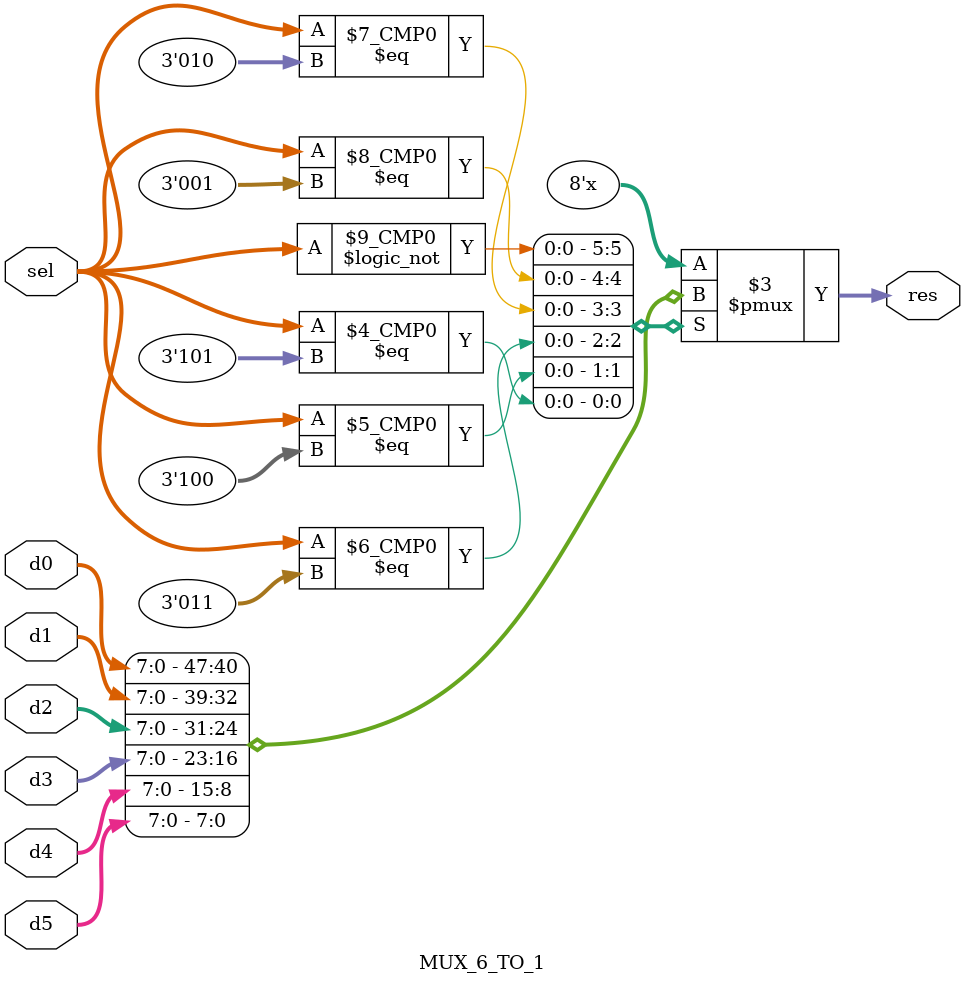
<source format=v>
module MUX_6_TO_1
(
	input [7:0] d0, d1, d2, d3, d4, d5,
	input [2:0] sel,
	output reg [7:0] res
);

  always@(*) begin
    case (sel)
	  3'b000: res <= d0;
	  3'b001: res <= d1;
	  3'b010: res <= d2;
	  3'b011: res <= d3;
	  3'b100: res <= d4;
	  3'b101: res <= d5;
	  default: res <= 8'bzzzz_zzzz;
	endcase
  end

endmodule
</source>
